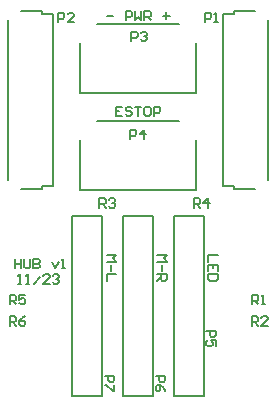
<source format=gto>
G04*
G04 #@! TF.GenerationSoftware,Altium Limited,Altium Designer,23.10.1 (27)*
G04*
G04 Layer_Color=65535*
%FSLAX25Y25*%
%MOIN*%
G70*
G04*
G04 #@! TF.SameCoordinates,63F36303-5D97-42AD-868C-FB7FB63341C3*
G04*
G04*
G04 #@! TF.FilePolarity,Positive*
G04*
G01*
G75*
%ADD10C,0.00787*%
%ADD11C,0.00591*%
D10*
X11929Y-98701D02*
X21929D01*
X11929Y-38701D02*
X21929D01*
Y-98701D02*
Y-38701D01*
X11929Y-98701D02*
Y-38701D01*
X-5000Y-98701D02*
X5000D01*
X-5000Y-38701D02*
X5000Y-38701D01*
X5000Y-98701D01*
X-5000D02*
Y-38701D01*
X-21929Y-98701D02*
X-11929Y-98701D01*
X-21929Y-38701D02*
X-11929D01*
Y-98701D02*
Y-38701D01*
X-21929D02*
X-21929Y-98701D01*
X-19291Y-29921D02*
X19291Y-29921D01*
X-19291Y-29921D02*
X-19291Y-13386D01*
X19291Y-29921D02*
Y-13386D01*
X-13780Y-7106D02*
X13780D01*
X-19291Y2362D02*
X19291D01*
X-19291D02*
X-19291Y18898D01*
X19291Y2362D02*
Y18898D01*
X-13780Y25177D02*
X13780D01*
X-31988Y28543D02*
X-30512Y28543D01*
X-31988Y28543D02*
Y29528D01*
Y-28543D02*
X-30512D01*
X-31988Y-29528D02*
Y-28543D01*
X-30512D02*
X-28445D01*
X-38878Y-29528D02*
X-31988D01*
X-30512Y28543D02*
X-28445D01*
X-38878Y29528D02*
X-31988Y29528D01*
X-28445Y-28543D02*
Y28543D01*
X-43406Y-26673D02*
Y26673D01*
X30512Y-28543D02*
X31988D01*
Y-29528D02*
Y-28543D01*
X30512Y28543D02*
X31988D01*
Y29528D01*
X28445Y28543D02*
X30512D01*
X31988Y29528D02*
X38878D01*
X28445Y-28543D02*
X30512D01*
X31988Y-29528D02*
X38878D01*
X28445Y-28543D02*
Y28543D01*
X43406Y-26673D02*
Y26673D01*
D11*
X-41142Y-52954D02*
Y-56102D01*
Y-54528D01*
X-39043D01*
Y-52954D01*
Y-56102D01*
X-37993Y-52954D02*
Y-55578D01*
X-37468Y-56102D01*
X-36419D01*
X-35894Y-55578D01*
Y-52954D01*
X-34845D02*
Y-56102D01*
X-33270D01*
X-32746Y-55578D01*
Y-55053D01*
X-33270Y-54528D01*
X-34845D01*
X-33270D01*
X-32746Y-54003D01*
Y-53478D01*
X-33270Y-52954D01*
X-34845D01*
X-28547Y-54003D02*
X-27498Y-56102D01*
X-26448Y-54003D01*
X-25399Y-56102D02*
X-24349D01*
X-24874D01*
Y-52954D01*
X-25399Y-53478D01*
X-39961Y-61221D02*
X-38911D01*
X-39436D01*
Y-58072D01*
X-39961Y-58597D01*
X-37337Y-61221D02*
X-36287D01*
X-36812D01*
Y-58072D01*
X-37337Y-58597D01*
X-34713Y-61221D02*
X-32614Y-59121D01*
X-29465Y-61221D02*
X-31564D01*
X-29465Y-59121D01*
Y-58597D01*
X-29990Y-58072D01*
X-31040D01*
X-31564Y-58597D01*
X-28416D02*
X-27891Y-58072D01*
X-26842D01*
X-26317Y-58597D01*
Y-59121D01*
X-26842Y-59646D01*
X-27366D01*
X-26842D01*
X-26317Y-60171D01*
Y-60696D01*
X-26842Y-61221D01*
X-27891D01*
X-28416Y-60696D01*
X-10433Y-51772D02*
X-7284D01*
X-8334Y-52821D01*
X-7284Y-53871D01*
X-10433D01*
X-8859Y-54920D02*
Y-57019D01*
X-7284Y-58069D02*
X-10433D01*
Y-60168D01*
X6496Y-51772D02*
X9645D01*
X8595Y-52821D01*
X9645Y-53871D01*
X6496D01*
X8070Y-54920D02*
Y-57019D01*
X6496Y-58069D02*
X9645D01*
Y-59643D01*
X9120Y-60168D01*
X8070D01*
X7546Y-59643D01*
Y-58069D01*
Y-59118D02*
X6496Y-60168D01*
X26574Y-51772D02*
X23425D01*
Y-53871D01*
X26574Y-57019D02*
Y-54920D01*
X23425D01*
Y-57019D01*
X24999Y-54920D02*
Y-55970D01*
X26574Y-58069D02*
X23425D01*
Y-59643D01*
X23950Y-60168D01*
X26049D01*
X26574Y-59643D01*
Y-58069D01*
X18636Y-35826D02*
Y-32678D01*
X20210D01*
X20735Y-33202D01*
Y-34252D01*
X20210Y-34777D01*
X18636D01*
X19686D02*
X20735Y-35826D01*
X23359D02*
Y-32678D01*
X21785Y-34252D01*
X23884D01*
X-12860Y-35826D02*
Y-32678D01*
X-11286D01*
X-10761Y-33202D01*
Y-34252D01*
X-11286Y-34777D01*
X-12860D01*
X-11811D02*
X-10761Y-35826D01*
X-9712Y-33202D02*
X-9187Y-32678D01*
X-8137D01*
X-7612Y-33202D01*
Y-33727D01*
X-8137Y-34252D01*
X-8662D01*
X-8137D01*
X-7612Y-34777D01*
Y-35302D01*
X-8137Y-35826D01*
X-9187D01*
X-9712Y-35302D01*
X22835Y-76904D02*
X25984D01*
Y-78478D01*
X25459Y-79003D01*
X24409D01*
X23885Y-78478D01*
Y-76904D01*
X25984Y-82151D02*
Y-80052D01*
X24409D01*
X24934Y-81102D01*
Y-81627D01*
X24409Y-82151D01*
X23360D01*
X22835Y-81627D01*
Y-80577D01*
X23360Y-80052D01*
X5906Y-91864D02*
X9055D01*
Y-93439D01*
X8530Y-93963D01*
X7480D01*
X6955Y-93439D01*
Y-91864D01*
X9055Y-97112D02*
X8530Y-96062D01*
X7480Y-95013D01*
X6431D01*
X5906Y-95538D01*
Y-96587D01*
X6431Y-97112D01*
X6955D01*
X7480Y-96587D01*
Y-95013D01*
X-11023Y-91864D02*
X-7875D01*
Y-93439D01*
X-8399Y-93963D01*
X-9449D01*
X-9974Y-93439D01*
Y-91864D01*
X-7875Y-95013D02*
Y-97112D01*
X-8399D01*
X-10498Y-95013D01*
X-11023D01*
X38058Y-68110D02*
Y-64961D01*
X39633D01*
X40157Y-65486D01*
Y-66535D01*
X39633Y-67060D01*
X38058D01*
X39108D02*
X40157Y-68110D01*
X41207D02*
X42257D01*
X41732D01*
Y-64961D01*
X41207Y-65486D01*
X37927Y-75196D02*
Y-72048D01*
X39502D01*
X40026Y-72572D01*
Y-73622D01*
X39502Y-74147D01*
X37927D01*
X38977D02*
X40026Y-75196D01*
X43175D02*
X41076D01*
X43175Y-73097D01*
Y-72572D01*
X42650Y-72048D01*
X41601D01*
X41076Y-72572D01*
X-42781Y-68110D02*
Y-64961D01*
X-41207D01*
X-40682Y-65486D01*
Y-66535D01*
X-41207Y-67060D01*
X-42781D01*
X-41732D02*
X-40682Y-68110D01*
X-37534Y-64961D02*
X-39633D01*
Y-66535D01*
X-38583Y-66011D01*
X-38058D01*
X-37534Y-66535D01*
Y-67585D01*
X-38058Y-68110D01*
X-39108D01*
X-39633Y-67585D01*
X-42781Y-75196D02*
Y-72048D01*
X-41207D01*
X-40682Y-72572D01*
Y-73622D01*
X-41207Y-74147D01*
X-42781D01*
X-41732D02*
X-40682Y-75196D01*
X-37534Y-72048D02*
X-38583Y-72572D01*
X-39633Y-73622D01*
Y-74672D01*
X-39108Y-75196D01*
X-38058D01*
X-37534Y-74672D01*
Y-74147D01*
X-38058Y-73622D01*
X-39633D01*
X-5184Y-2166D02*
X-7283D01*
Y-5315D01*
X-5184D01*
X-7283Y-3741D02*
X-6234D01*
X-2036Y-2691D02*
X-2561Y-2166D01*
X-3610D01*
X-4135Y-2691D01*
Y-3216D01*
X-3610Y-3741D01*
X-2561D01*
X-2036Y-4265D01*
Y-4790D01*
X-2561Y-5315D01*
X-3610D01*
X-4135Y-4790D01*
X-986Y-2166D02*
X1113D01*
X63D01*
Y-5315D01*
X3737Y-2166D02*
X2687D01*
X2162Y-2691D01*
Y-4790D01*
X2687Y-5315D01*
X3737D01*
X4261Y-4790D01*
Y-2691D01*
X3737Y-2166D01*
X5311Y-5315D02*
Y-2166D01*
X6885D01*
X7410Y-2691D01*
Y-3741D01*
X6885Y-4265D01*
X5311D01*
X-10433Y28149D02*
X-8334D01*
X-4136Y26575D02*
Y29723D01*
X-2562D01*
X-2037Y29199D01*
Y28149D01*
X-2562Y27624D01*
X-4136D01*
X-987Y29723D02*
Y26575D01*
X62Y27624D01*
X1112Y26575D01*
Y29723D01*
X2161Y26575D02*
Y29723D01*
X3736D01*
X4260Y29199D01*
Y28149D01*
X3736Y27624D01*
X2161D01*
X3211D02*
X4260Y26575D01*
X8459Y28149D02*
X10558D01*
X9508Y29199D02*
Y27100D01*
X-2624Y-12992D02*
Y-9843D01*
X-1049D01*
X-525Y-10368D01*
Y-11417D01*
X-1049Y-11942D01*
X-2624D01*
X2099Y-12992D02*
Y-9843D01*
X525Y-11417D01*
X2624D01*
X-2230Y19686D02*
Y22834D01*
X-656D01*
X-131Y22309D01*
Y21260D01*
X-656Y20735D01*
X-2230D01*
X919Y22309D02*
X1443Y22834D01*
X2493D01*
X3018Y22309D01*
Y21785D01*
X2493Y21260D01*
X1968D01*
X2493D01*
X3018Y20735D01*
Y20210D01*
X2493Y19686D01*
X1443D01*
X919Y20210D01*
X-26640Y25985D02*
Y29133D01*
X-25065D01*
X-24541Y28609D01*
Y27559D01*
X-25065Y27034D01*
X-26640D01*
X-21392Y25985D02*
X-23491D01*
X-21392Y28084D01*
Y28609D01*
X-21917Y29133D01*
X-22966D01*
X-23491Y28609D01*
X22310Y25985D02*
Y29133D01*
X23885D01*
X24409Y28609D01*
Y27559D01*
X23885Y27034D01*
X22310D01*
X25459Y25985D02*
X26509D01*
X25984D01*
Y29133D01*
X25459Y28609D01*
M02*

</source>
